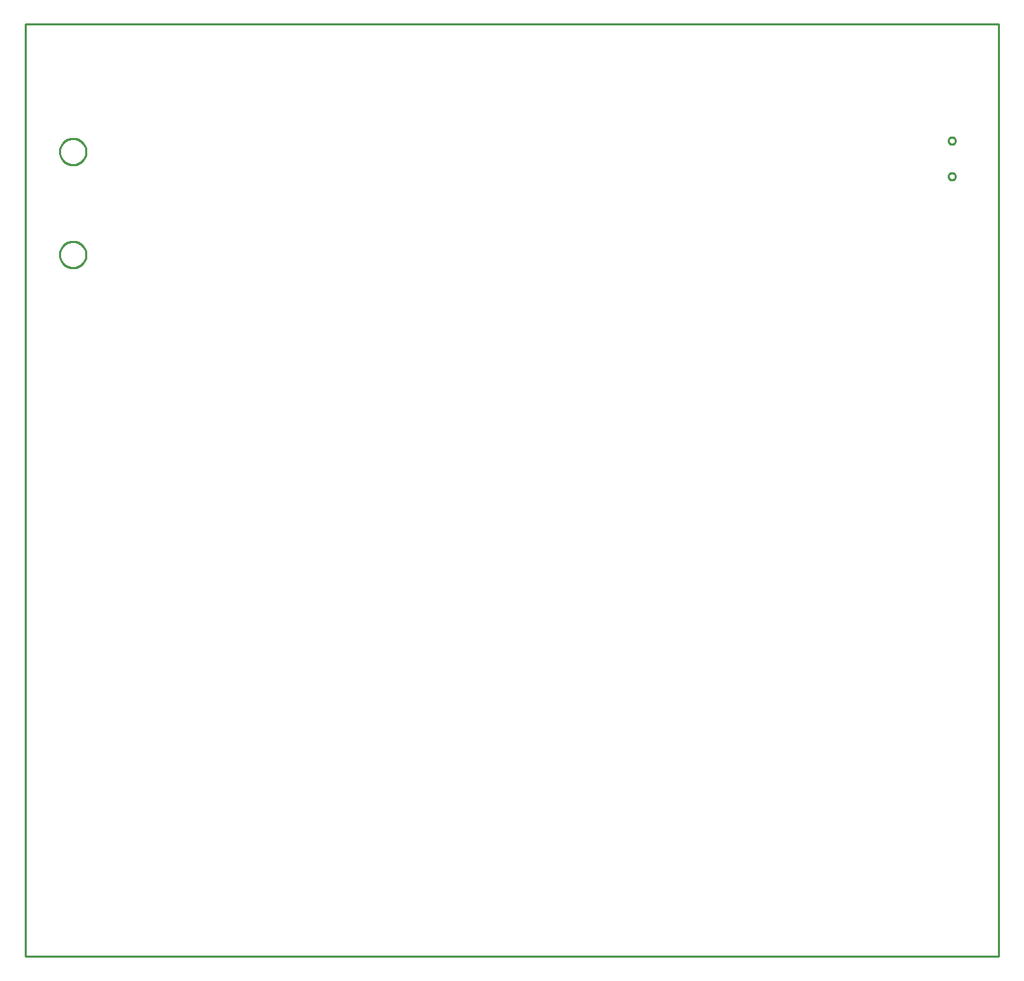
<source format=gbr>
G04 EAGLE Gerber RS-274X export*
G75*
%MOMM*%
%FSLAX34Y34*%
%LPD*%
%IN*%
%IPPOS*%
%AMOC8*
5,1,8,0,0,1.08239X$1,22.5*%
G01*
%ADD10C,0.254000*%


D10*
X0Y0D02*
X1200000Y0D01*
X1200000Y1150000D01*
X0Y1150000D01*
X0Y0D01*
X1137700Y962545D02*
X1137777Y963130D01*
X1137930Y963700D01*
X1138155Y964245D01*
X1138450Y964755D01*
X1138809Y965223D01*
X1139227Y965641D01*
X1139695Y966000D01*
X1140205Y966295D01*
X1140750Y966520D01*
X1141320Y966673D01*
X1141905Y966750D01*
X1142495Y966750D01*
X1143080Y966673D01*
X1143650Y966520D01*
X1144195Y966295D01*
X1144705Y966000D01*
X1145173Y965641D01*
X1145591Y965223D01*
X1145950Y964755D01*
X1146245Y964245D01*
X1146470Y963700D01*
X1146623Y963130D01*
X1146700Y962545D01*
X1146700Y961955D01*
X1146623Y961370D01*
X1146470Y960800D01*
X1146245Y960255D01*
X1145950Y959745D01*
X1145591Y959277D01*
X1145173Y958859D01*
X1144705Y958500D01*
X1144195Y958205D01*
X1143650Y957980D01*
X1143080Y957827D01*
X1142495Y957750D01*
X1141905Y957750D01*
X1141320Y957827D01*
X1140750Y957980D01*
X1140205Y958205D01*
X1139695Y958500D01*
X1139227Y958859D01*
X1138809Y959277D01*
X1138450Y959745D01*
X1138155Y960255D01*
X1137930Y960800D01*
X1137777Y961370D01*
X1137700Y961955D01*
X1137700Y962545D01*
X1137700Y1006545D02*
X1137777Y1007130D01*
X1137930Y1007700D01*
X1138155Y1008245D01*
X1138450Y1008755D01*
X1138809Y1009223D01*
X1139227Y1009641D01*
X1139695Y1010000D01*
X1140205Y1010295D01*
X1140750Y1010520D01*
X1141320Y1010673D01*
X1141905Y1010750D01*
X1142495Y1010750D01*
X1143080Y1010673D01*
X1143650Y1010520D01*
X1144195Y1010295D01*
X1144705Y1010000D01*
X1145173Y1009641D01*
X1145591Y1009223D01*
X1145950Y1008755D01*
X1146245Y1008245D01*
X1146470Y1007700D01*
X1146623Y1007130D01*
X1146700Y1006545D01*
X1146700Y1005955D01*
X1146623Y1005370D01*
X1146470Y1004800D01*
X1146245Y1004255D01*
X1145950Y1003745D01*
X1145591Y1003277D01*
X1145173Y1002859D01*
X1144705Y1002500D01*
X1144195Y1002205D01*
X1143650Y1001980D01*
X1143080Y1001827D01*
X1142495Y1001750D01*
X1141905Y1001750D01*
X1141320Y1001827D01*
X1140750Y1001980D01*
X1140205Y1002205D01*
X1139695Y1002500D01*
X1139227Y1002859D01*
X1138809Y1003277D01*
X1138450Y1003745D01*
X1138155Y1004255D01*
X1137930Y1004800D01*
X1137777Y1005370D01*
X1137700Y1005955D01*
X1137700Y1006545D01*
X58018Y849525D02*
X56956Y849595D01*
X55902Y849733D01*
X54858Y849941D01*
X53830Y850216D01*
X52823Y850558D01*
X51840Y850966D01*
X50886Y851436D01*
X49964Y851968D01*
X49080Y852559D01*
X48236Y853207D01*
X47436Y853908D01*
X46683Y854661D01*
X45982Y855461D01*
X45334Y856305D01*
X44743Y857189D01*
X44211Y858111D01*
X43741Y859065D01*
X43333Y860048D01*
X42991Y861055D01*
X42716Y862083D01*
X42508Y863127D01*
X42370Y864181D01*
X42300Y865243D01*
X42300Y866307D01*
X42370Y867369D01*
X42508Y868423D01*
X42716Y869467D01*
X42991Y870495D01*
X43333Y871502D01*
X43741Y872485D01*
X44211Y873439D01*
X44743Y874361D01*
X45334Y875245D01*
X45982Y876089D01*
X46683Y876889D01*
X47436Y877642D01*
X48236Y878343D01*
X49080Y878991D01*
X49964Y879582D01*
X50886Y880114D01*
X51840Y880584D01*
X52823Y880992D01*
X53830Y881334D01*
X54858Y881609D01*
X55902Y881817D01*
X56956Y881955D01*
X58018Y882025D01*
X59082Y882025D01*
X60144Y881955D01*
X61198Y881817D01*
X62242Y881609D01*
X63270Y881334D01*
X64277Y880992D01*
X65260Y880584D01*
X66214Y880114D01*
X67136Y879582D01*
X68020Y878991D01*
X68864Y878343D01*
X69664Y877642D01*
X70417Y876889D01*
X71118Y876089D01*
X71766Y875245D01*
X72357Y874361D01*
X72889Y873439D01*
X73359Y872485D01*
X73767Y871502D01*
X74109Y870495D01*
X74384Y869467D01*
X74592Y868423D01*
X74730Y867369D01*
X74800Y866307D01*
X74800Y865243D01*
X74730Y864181D01*
X74592Y863127D01*
X74384Y862083D01*
X74109Y861055D01*
X73767Y860048D01*
X73359Y859065D01*
X72889Y858111D01*
X72357Y857189D01*
X71766Y856305D01*
X71118Y855461D01*
X70417Y854661D01*
X69664Y853908D01*
X68864Y853207D01*
X68020Y852559D01*
X67136Y851968D01*
X66214Y851436D01*
X65260Y850966D01*
X64277Y850558D01*
X63270Y850216D01*
X62242Y849941D01*
X61198Y849733D01*
X60144Y849595D01*
X59082Y849525D01*
X58018Y849525D01*
X58018Y976525D02*
X56956Y976595D01*
X55902Y976733D01*
X54858Y976941D01*
X53830Y977216D01*
X52823Y977558D01*
X51840Y977966D01*
X50886Y978436D01*
X49964Y978968D01*
X49080Y979559D01*
X48236Y980207D01*
X47436Y980908D01*
X46683Y981661D01*
X45982Y982461D01*
X45334Y983305D01*
X44743Y984189D01*
X44211Y985111D01*
X43741Y986065D01*
X43333Y987048D01*
X42991Y988055D01*
X42716Y989083D01*
X42508Y990127D01*
X42370Y991181D01*
X42300Y992243D01*
X42300Y993307D01*
X42370Y994369D01*
X42508Y995423D01*
X42716Y996467D01*
X42991Y997495D01*
X43333Y998502D01*
X43741Y999485D01*
X44211Y1000439D01*
X44743Y1001361D01*
X45334Y1002245D01*
X45982Y1003089D01*
X46683Y1003889D01*
X47436Y1004642D01*
X48236Y1005343D01*
X49080Y1005991D01*
X49964Y1006582D01*
X50886Y1007114D01*
X51840Y1007584D01*
X52823Y1007992D01*
X53830Y1008334D01*
X54858Y1008609D01*
X55902Y1008817D01*
X56956Y1008955D01*
X58018Y1009025D01*
X59082Y1009025D01*
X60144Y1008955D01*
X61198Y1008817D01*
X62242Y1008609D01*
X63270Y1008334D01*
X64277Y1007992D01*
X65260Y1007584D01*
X66214Y1007114D01*
X67136Y1006582D01*
X68020Y1005991D01*
X68864Y1005343D01*
X69664Y1004642D01*
X70417Y1003889D01*
X71118Y1003089D01*
X71766Y1002245D01*
X72357Y1001361D01*
X72889Y1000439D01*
X73359Y999485D01*
X73767Y998502D01*
X74109Y997495D01*
X74384Y996467D01*
X74592Y995423D01*
X74730Y994369D01*
X74800Y993307D01*
X74800Y992243D01*
X74730Y991181D01*
X74592Y990127D01*
X74384Y989083D01*
X74109Y988055D01*
X73767Y987048D01*
X73359Y986065D01*
X72889Y985111D01*
X72357Y984189D01*
X71766Y983305D01*
X71118Y982461D01*
X70417Y981661D01*
X69664Y980908D01*
X68864Y980207D01*
X68020Y979559D01*
X67136Y978968D01*
X66214Y978436D01*
X65260Y977966D01*
X64277Y977558D01*
X63270Y977216D01*
X62242Y976941D01*
X61198Y976733D01*
X60144Y976595D01*
X59082Y976525D01*
X58018Y976525D01*
M02*

</source>
